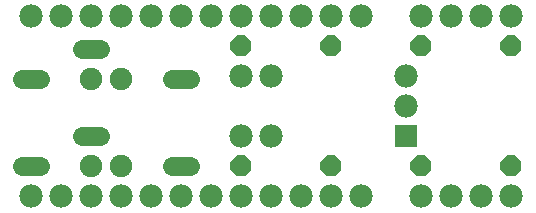
<source format=gbr>
G04 EAGLE Gerber RS-274X export*
G75*
%MOMM*%
%FSLAX34Y34*%
%LPD*%
%INSoldermask Bottom*%
%IPPOS*%
%AMOC8*
5,1,8,0,0,1.08239X$1,22.5*%
G01*
%ADD10R,1.981200X1.981200*%
%ADD11C,1.981200*%
%ADD12P,1.924489X8X22.500000*%
%ADD13C,1.625600*%
%ADD14P,1.924489X8X202.500000*%
%ADD15C,1.901600*%


D10*
X368300Y76200D03*
D11*
X368300Y101600D03*
X368300Y127000D03*
D12*
X228600Y50800D03*
X304800Y50800D03*
X228600Y152400D03*
X304800Y152400D03*
D13*
X185420Y50800D02*
X170180Y50800D01*
X58420Y50800D02*
X43180Y50800D01*
X93980Y76200D02*
X109220Y76200D01*
X170180Y124460D02*
X185420Y124460D01*
X58420Y124460D02*
X43180Y124460D01*
X93980Y149860D02*
X109220Y149860D01*
D11*
X50800Y25400D03*
X76200Y25400D03*
X101600Y25400D03*
X127000Y25400D03*
X152400Y25400D03*
X177800Y25400D03*
X203200Y25400D03*
X228600Y25400D03*
X254000Y25400D03*
X279400Y25400D03*
X304800Y25400D03*
X330200Y25400D03*
X50800Y177800D03*
X76200Y177800D03*
X101600Y177800D03*
X127000Y177800D03*
X152400Y177800D03*
X177800Y177800D03*
X203200Y177800D03*
X228600Y177800D03*
X254000Y177800D03*
X279400Y177800D03*
X304800Y177800D03*
X330200Y177800D03*
X228600Y76200D03*
X254000Y76200D03*
X228600Y127000D03*
X254000Y127000D03*
X457200Y25400D03*
X431800Y25400D03*
X406400Y25400D03*
X381000Y25400D03*
X381000Y177800D03*
X406400Y177800D03*
X431800Y177800D03*
X457200Y177800D03*
D14*
X457200Y152400D03*
X381000Y152400D03*
D12*
X381000Y50800D03*
X457200Y50800D03*
D15*
X101600Y50800D03*
X127000Y50800D03*
X101600Y124460D03*
X127000Y124460D03*
M02*

</source>
